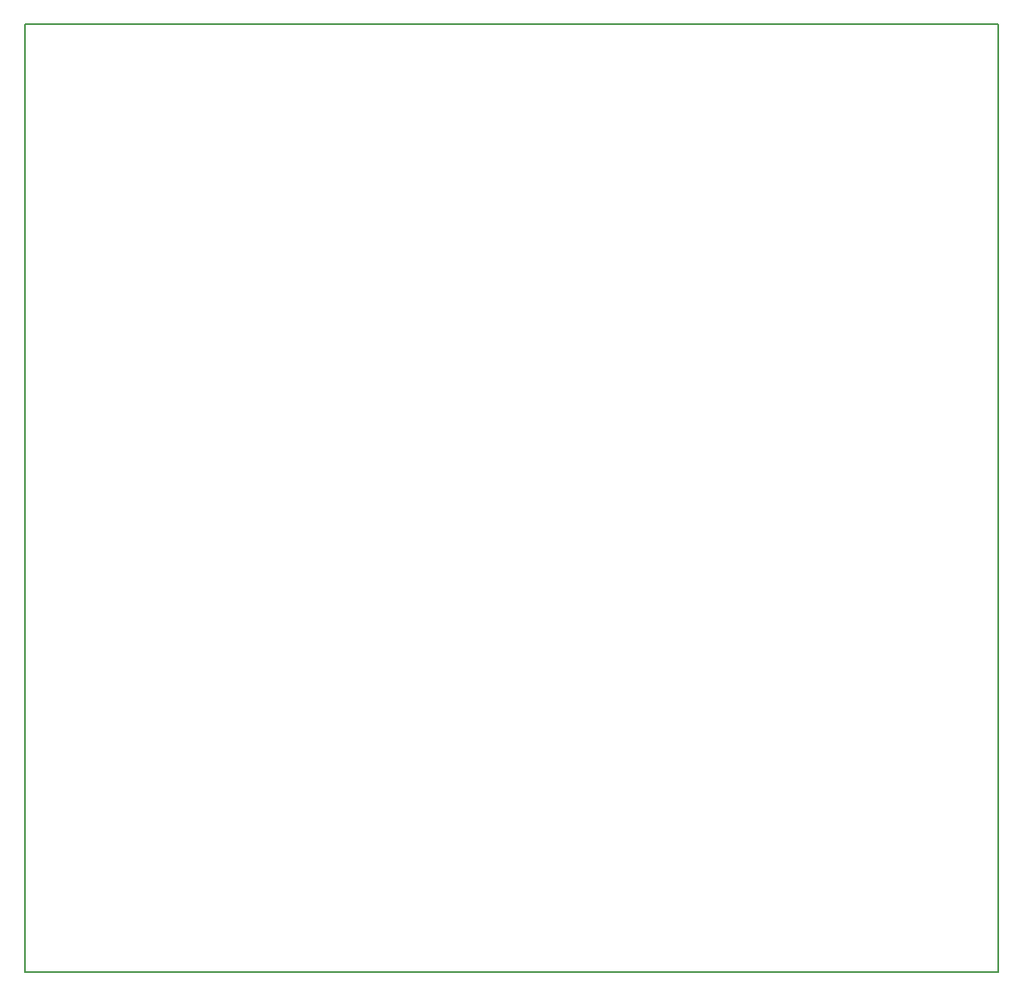
<source format=gbr>
G04 #@! TF.GenerationSoftware,KiCad,Pcbnew,(5.0.0-3-g5ebb6b6)*
G04 #@! TF.CreationDate,2019-01-11T00:48:24+00:00*
G04 #@! TF.ProjectId,AdjustablePSU,41646A75737461626C655053552E6B69,rev?*
G04 #@! TF.SameCoordinates,Original*
G04 #@! TF.FileFunction,Profile,NP*
%FSLAX46Y46*%
G04 Gerber Fmt 4.6, Leading zero omitted, Abs format (unit mm)*
G04 Created by KiCad (PCBNEW (5.0.0-3-g5ebb6b6)) date Friday, 11 January 2019 at 00:48:24*
%MOMM*%
%LPD*%
G01*
G04 APERTURE LIST*
%ADD10C,0.200000*%
G04 APERTURE END LIST*
D10*
X99060000Y-152400000D02*
X99060000Y-55880000D01*
X198120000Y-152400000D02*
X99060000Y-152400000D01*
X198120000Y-55880000D02*
X198120000Y-152400000D01*
X99060000Y-55880000D02*
X198120000Y-55880000D01*
M02*

</source>
